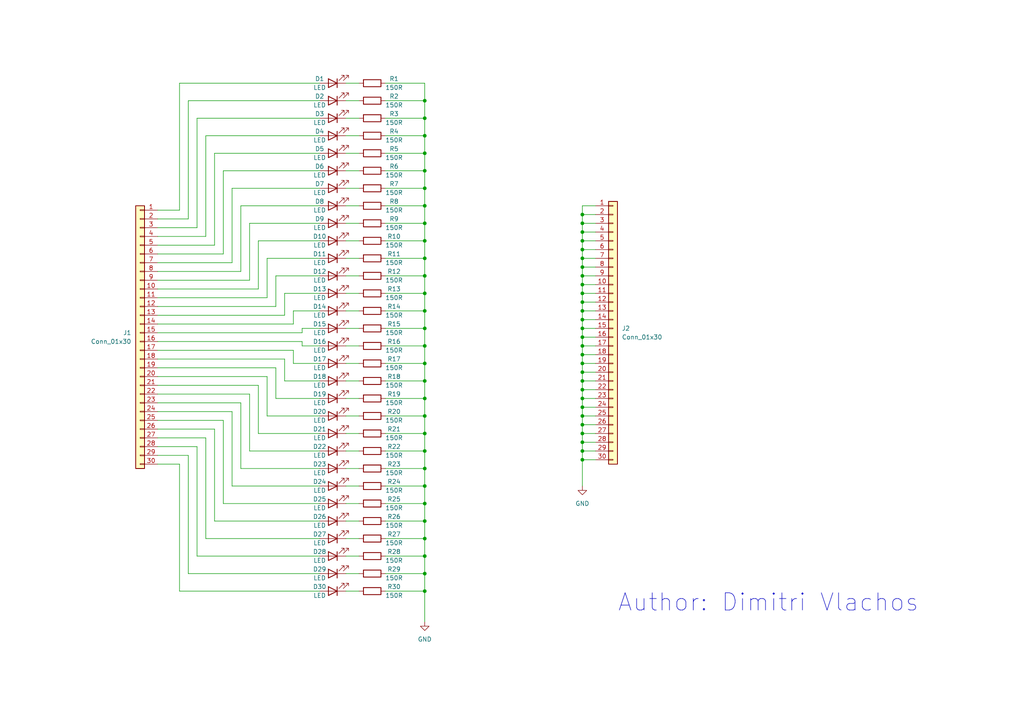
<source format=kicad_sch>
(kicad_sch (version 20230121) (generator eeschema)
  (paper "A4")
  (title_block (title "Breadboard Indicator") (date "2024-04-20") (rev "1.0"))
  (lib_symbols
    (symbol "Connector_Generic:Conn_01x30" (pin_names (offset 1.016) hide)
      (property "Reference" "J" (at 0 38.1 0))
      (property "Value" "Conn_01x30" (at 0 -40.64 0))
      (symbol "Conn_01x30_1_1"
        (rectangle (start -1.27 -37.973) (end 0 -38.227) (stroke (width 0.1524)))
        (rectangle (start -1.27 -35.433) (end 0 -35.687) (stroke (width 0.1524)))
        (rectangle (start -1.27 -32.893) (end 0 -33.147) (stroke (width 0.1524)))
        (rectangle (start -1.27 -30.353) (end 0 -30.607) (stroke (width 0.1524)))
        (rectangle (start -1.27 -27.813) (end 0 -28.067) (stroke (width 0.1524)))
        (rectangle (start -1.27 -25.273) (end 0 -25.527) (stroke (width 0.1524)))
        (rectangle (start -1.27 -22.733) (end 0 -22.987) (stroke (width 0.1524)))
        (rectangle (start -1.27 -20.193) (end 0 -20.447) (stroke (width 0.1524)))
        (rectangle (start -1.27 -17.653) (end 0 -17.907) (stroke (width 0.1524)))
        (rectangle (start -1.27 -15.113) (end 0 -15.367) (stroke (width 0.1524)))
        (rectangle (start -1.27 -12.573) (end 0 -12.827) (stroke (width 0.1524)))
        (rectangle (start -1.27 -10.033) (end 0 -10.287) (stroke (width 0.1524)))
        (rectangle (start -1.27 -7.493) (end 0 -7.747) (stroke (width 0.1524)))
        (rectangle (start -1.27 -4.953) (end 0 -5.207) (stroke (width 0.1524)))
        (rectangle (start -1.27 -2.413) (end 0 -2.667) (stroke (width 0.1524)))
        (rectangle (start -1.27 0.127) (end 0 -0.127) (stroke (width 0.1524)))
        (rectangle (start -1.27 2.667) (end 0 2.413) (stroke (width 0.1524)))
        (rectangle (start -1.27 5.207) (end 0 4.953) (stroke (width 0.1524)))
        (rectangle (start -1.27 7.747) (end 0 7.493) (stroke (width 0.1524)))
        (rectangle (start -1.27 10.287) (end 0 10.033) (stroke (width 0.1524)))
        (rectangle (start -1.27 12.827) (end 0 12.573) (stroke (width 0.1524)))
        (rectangle (start -1.27 15.367) (end 0 15.113) (stroke (width 0.1524)))
        (rectangle (start -1.27 17.907) (end 0 17.653) (stroke (width 0.1524)))
        (rectangle (start -1.27 20.447) (end 0 20.193) (stroke (width 0.1524)))
        (rectangle (start -1.27 22.987) (end 0 22.733) (stroke (width 0.1524)))
        (rectangle (start -1.27 25.527) (end 0 25.273) (stroke (width 0.1524)))
        (rectangle (start -1.27 28.067) (end 0 27.813) (stroke (width 0.1524)))
        (rectangle (start -1.27 30.607) (end 0 30.353) (stroke (width 0.1524)))
        (rectangle (start -1.27 33.147) (end 0 32.893) (stroke (width 0.1524)))
        (rectangle (start -1.27 35.687) (end 0 35.433) (stroke (width 0.1524)))
        (rectangle (start -1.27 36.83) (end 1.27 -39.37) (stroke (width 0.254)) (fill (type background)))
        (pin passive line (at -5.08 35.56 0) (length 3.81) (name "Pin_1") (number "1"))
        (pin passive line (at -5.08 12.7 0) (length 3.81) (name "Pin_10") (number "10"))
        (pin passive line (at -5.08 10.16 0) (length 3.81) (name "Pin_11") (number "11"))
        (pin passive line (at -5.08 7.62 0) (length 3.81) (name "Pin_12") (number "12"))
        (pin passive line (at -5.08 5.08 0) (length 3.81) (name "Pin_13") (number "13"))
        (pin passive line (at -5.08 2.54 0) (length 3.81) (name "Pin_14") (number "14"))
        (pin passive line (at -5.08 0 0) (length 3.81) (name "Pin_15") (number "15"))
        (pin passive line (at -5.08 -2.54 0) (length 3.81) (name "Pin_16") (number "16"))
        (pin passive line (at -5.08 -5.08 0) (length 3.81) (name "Pin_17") (number "17"))
        (pin passive line (at -5.08 -7.62 0) (length 3.81) (name "Pin_18") (number "18"))
        (pin passive line (at -5.08 -10.16 0) (length 3.81) (name "Pin_19") (number "19"))
        (pin passive line (at -5.08 33.02 0) (length 3.81) (name "Pin_2") (number "2"))
        (pin passive line (at -5.08 -12.7 0) (length 3.81) (name "Pin_20") (number "20"))
        (pin passive line (at -5.08 -15.24 0) (length 3.81) (name "Pin_21") (number "21"))
        (pin passive line (at -5.08 -17.78 0) (length 3.81) (name "Pin_22") (number "22"))
        (pin passive line (at -5.08 -20.32 0) (length 3.81) (name "Pin_23") (number "23"))
        (pin passive line (at -5.08 -22.86 0) (length 3.81) (name "Pin_24") (number "24"))
        (pin passive line (at -5.08 -25.4 0) (length 3.81) (name "Pin_25") (number "25"))
        (pin passive line (at -5.08 -27.94 0) (length 3.81) (name "Pin_26") (number "26"))
        (pin passive line (at -5.08 -30.48 0) (length 3.81) (name "Pin_27") (number "27"))
        (pin passive line (at -5.08 -33.02 0) (length 3.81) (name "Pin_28") (number "28"))
        (pin passive line (at -5.08 -35.56 0) (length 3.81) (name "Pin_29") (number "29"))
        (pin passive line (at -5.08 30.48 0) (length 3.81) (name "Pin_3") (number "3"))
        (pin passive line (at -5.08 -38.1 0) (length 3.81) (name "Pin_30") (number "30"))
        (pin passive line (at -5.08 27.94 0) (length 3.81) (name "Pin_4") (number "4"))
        (pin passive line (at -5.08 25.4 0) (length 3.81) (name "Pin_5") (number "5"))
        (pin passive line (at -5.08 22.86 0) (length 3.81) (name "Pin_6") (number "6"))
        (pin passive line (at -5.08 20.32 0) (length 3.81) (name "Pin_7") (number "7"))
        (pin passive line (at -5.08 17.78 0) (length 3.81) (name "Pin_8") (number "8"))
        (pin passive line (at -5.08 15.24 0) (length 3.81) (name "Pin_9") (number "9"))
      )
    )
    (symbol "Device:LED" (pin_numbers hide) (pin_names (offset 1.016) hide)
      (property "Reference" "D" (at 0 2.54 0))
      (property "Value" "LED" (at 0 -2.54 0))
      (symbol "LED_0_1"
        (polyline (pts (xy -1.27 -1.27) (xy -1.27 1.27)) (stroke (width 0.254)))
        (polyline (pts (xy -1.27 0) (xy 1.27 0)))
        (polyline (pts (xy 1.27 -1.27) (xy 1.27 1.27) (xy -1.27 0) (xy 1.27 -1.27)) (stroke (width 0.254)))
        (polyline (pts (xy -3.048 -0.762) (xy -4.572 -2.286) (xy -3.81 -2.286) (xy -4.572 -2.286) (xy -4.572 -1.524)))
        (polyline (pts (xy -1.778 -0.762) (xy -3.302 -2.286) (xy -2.54 -2.286) (xy -3.302 -2.286) (xy -3.302 -1.524)))
      )
      (symbol "LED_1_1"
        (pin passive line (at -3.81 0 0) (length 2.54) (name "K") (number "1"))
        (pin passive line (at 3.81 0 180) (length 2.54) (name "A") (number "2"))
      )
    )
    (symbol "Device:R" (pin_numbers hide) (pin_names (offset 0))
      (property "Reference" "R" (at 2.032 0 90))
      (property "Value" "R" (at 0 0 90))
      (symbol "R_0_1"
        (rectangle (start -1.016 -2.54) (end 1.016 2.54) (stroke (width 0.254)))
      )
      (symbol "R_1_1"
        (pin passive line (at 0 3.81 270) (length 1.27) (name "~") (number "1"))
        (pin passive line (at 0 -3.81 90) (length 1.27) (name "~") (number "2"))
      )
    )
    (symbol "power:GND" (power) (pin_names (offset 0))
      (property "Value" "GND" (at 0 -3.81 0))
      (symbol "GND_0_1"
        (polyline (pts (xy 0 0) (xy 0 -1.27) (xy 1.27 -1.27) (xy 0 -2.54) (xy -1.27 -1.27) (xy 0 -1.27)))
      )
      (symbol "GND_1_1"
        (pin power_in line (at 0 0 270) (length 0) hide (name "GND") (number "1"))
      )
    )
  )
  (junction (at 123.19 135.89))
  (junction (at 123.19 115.57))
  (junction (at 123.19 130.81))
  (junction (at 168.91 125.73))
  (junction (at 168.91 67.31))
  (junction (at 123.19 44.45))
  (junction (at 123.19 171.45))
  (junction (at 123.19 90.17))
  (junction (at 123.19 64.77))
  (junction (at 123.19 166.37))
  (junction (at 168.91 133.35))
  (junction (at 168.91 102.87))
  (junction (at 168.91 118.11))
  (junction (at 123.19 69.85))
  (junction (at 123.19 105.41))
  (junction (at 123.19 80.01))
  (junction (at 168.91 87.63))
  (junction (at 123.19 146.05))
  (junction (at 168.91 100.33))
  (junction (at 168.91 72.39))
  (junction (at 123.19 59.69))
  (junction (at 168.91 80.01))
  (junction (at 168.91 85.09))
  (junction (at 168.91 82.55))
  (junction (at 123.19 156.21))
  (junction (at 123.19 100.33))
  (junction (at 123.19 49.53))
  (junction (at 168.91 115.57))
  (junction (at 123.19 161.29))
  (junction (at 168.91 77.47))
  (junction (at 123.19 39.37))
  (junction (at 168.91 128.27))
  (junction (at 123.19 74.93))
  (junction (at 168.91 120.65))
  (junction (at 168.91 69.85))
  (junction (at 123.19 54.61))
  (junction (at 123.19 95.25))
  (junction (at 123.19 85.09))
  (junction (at 168.91 123.19))
  (junction (at 168.91 105.41))
  (junction (at 123.19 110.49))
  (junction (at 123.19 29.21))
  (junction (at 123.19 125.73))
  (junction (at 168.91 110.49))
  (junction (at 168.91 62.23))
  (junction (at 168.91 64.77))
  (junction (at 123.19 34.29))
  (junction (at 168.91 130.81))
  (junction (at 168.91 92.71))
  (junction (at 168.91 97.79))
  (junction (at 123.19 151.13))
  (junction (at 168.91 95.25))
  (junction (at 123.19 140.97))
  (junction (at 168.91 107.95))
  (junction (at 168.91 74.93))
  (junction (at 168.91 113.03))
  (junction (at 168.91 90.17))
  (junction (at 123.19 120.65))
  (wire (pts (xy 100.33 171.45) (xy 104.14 171.45)))
  (wire (pts (xy 168.91 59.69) (xy 168.91 62.23)))
  (wire (pts (xy 111.76 95.25) (xy 123.19 95.25)))
  (wire (pts (xy 123.19 146.05) (xy 123.19 151.13)))
  (wire (pts (xy 72.39 130.81) (xy 92.71 130.81)))
  (wire (pts (xy 123.19 80.01) (xy 123.19 85.09)))
  (wire (pts (xy 168.91 82.55) (xy 172.72 82.55)))
  (wire (pts (xy 168.91 125.73) (xy 168.91 128.27)))
  (wire (pts (xy 123.19 34.29) (xy 111.76 34.29)))
  (wire (pts (xy 74.93 69.85) (xy 74.93 83.82)))
  (wire (pts (xy 62.23 44.45) (xy 62.23 71.12)))
  (wire (pts (xy 100.33 135.89) (xy 104.14 135.89)))
  (wire (pts (xy 111.76 90.17) (xy 123.19 90.17)))
  (wire (pts (xy 82.55 85.09) (xy 92.71 85.09)))
  (wire (pts (xy 62.23 124.46) (xy 62.23 151.13)))
  (wire (pts (xy 92.71 39.37) (xy 59.69 39.37)))
  (wire (pts (xy 77.47 74.93) (xy 77.47 86.36)))
  (wire (pts (xy 45.72 132.08) (xy 54.61 132.08)))
  (wire (pts (xy 123.19 110.49) (xy 123.19 115.57)))
  (wire (pts (xy 168.91 90.17) (xy 172.72 90.17)))
  (wire (pts (xy 123.19 161.29) (xy 123.19 166.37)))
  (wire (pts (xy 45.72 121.92) (xy 64.77 121.92)))
  (wire (pts (xy 80.01 88.9) (xy 45.72 88.9)))
  (wire (pts (xy 123.19 125.73) (xy 123.19 130.81)))
  (wire (pts (xy 111.76 24.13) (xy 123.19 24.13)))
  (wire (pts (xy 168.91 69.85) (xy 172.72 69.85)))
  (wire (pts (xy 168.91 74.93) (xy 172.72 74.93)))
  (wire (pts (xy 100.33 64.77) (xy 104.14 64.77)))
  (wire (pts (xy 100.33 146.05) (xy 104.14 146.05)))
  (wire (pts (xy 62.23 151.13) (xy 92.71 151.13)))
  (wire (pts (xy 80.01 106.68) (xy 80.01 115.57)))
  (wire (pts (xy 100.33 151.13) (xy 104.14 151.13)))
  (wire (pts (xy 57.15 34.29) (xy 57.15 66.04)))
  (wire (pts (xy 80.01 80.01) (xy 80.01 88.9)))
  (wire (pts (xy 168.91 74.93) (xy 168.91 77.47)))
  (wire (pts (xy 123.19 64.77) (xy 111.76 64.77)))
  (wire (pts (xy 85.09 105.41) (xy 92.71 105.41)))
  (wire (pts (xy 92.71 29.21) (xy 54.61 29.21)))
  (wire (pts (xy 87.63 99.06) (xy 87.63 100.33)))
  (wire (pts (xy 123.19 29.21) (xy 123.19 34.29)))
  (wire (pts (xy 168.91 67.31) (xy 168.91 69.85)))
  (wire (pts (xy 168.91 105.41) (xy 172.72 105.41)))
  (wire (pts (xy 123.19 156.21) (xy 123.19 161.29)))
  (wire (pts (xy 168.91 80.01) (xy 172.72 80.01)))
  (wire (pts (xy 45.72 129.54) (xy 57.15 129.54)))
  (wire (pts (xy 123.19 54.61) (xy 111.76 54.61)))
  (wire (pts (xy 123.19 44.45) (xy 111.76 44.45)))
  (wire (pts (xy 168.91 80.01) (xy 168.91 82.55)))
  (wire (pts (xy 111.76 146.05) (xy 123.19 146.05)))
  (wire (pts (xy 168.91 64.77) (xy 168.91 67.31)))
  (wire (pts (xy 123.19 59.69) (xy 111.76 59.69)))
  (wire (pts (xy 92.71 64.77) (xy 72.39 64.77)))
  (wire (pts (xy 168.91 113.03) (xy 172.72 113.03)))
  (wire (pts (xy 85.09 93.98) (xy 85.09 90.17)))
  (wire (pts (xy 59.69 127) (xy 59.69 156.21)))
  (wire (pts (xy 92.71 74.93) (xy 77.47 74.93)))
  (wire (pts (xy 168.91 113.03) (xy 168.91 115.57)))
  (wire (pts (xy 168.91 72.39) (xy 168.91 74.93)))
  (wire (pts (xy 45.72 111.76) (xy 74.93 111.76)))
  (wire (pts (xy 82.55 104.14) (xy 82.55 110.49)))
  (wire (pts (xy 168.91 87.63) (xy 168.91 90.17)))
  (wire (pts (xy 64.77 121.92) (xy 64.77 146.05)))
  (wire (pts (xy 168.91 100.33) (xy 172.72 100.33)))
  (wire (pts (xy 123.19 34.29) (xy 123.19 39.37)))
  (wire (pts (xy 168.91 62.23) (xy 168.91 64.77)))
  (wire (pts (xy 67.31 119.38) (xy 67.31 140.97)))
  (wire (pts (xy 45.72 101.6) (xy 85.09 101.6)))
  (wire (pts (xy 92.71 54.61) (xy 67.31 54.61)))
  (wire (pts (xy 168.91 118.11) (xy 172.72 118.11)))
  (wire (pts (xy 100.33 29.21) (xy 104.14 29.21)))
  (wire (pts (xy 54.61 63.5) (xy 45.72 63.5)))
  (wire (pts (xy 87.63 100.33) (xy 92.71 100.33)))
  (wire (pts (xy 100.33 105.41) (xy 104.14 105.41)))
  (wire (pts (xy 92.71 80.01) (xy 80.01 80.01)))
  (wire (pts (xy 168.91 110.49) (xy 172.72 110.49)))
  (wire (pts (xy 168.91 100.33) (xy 168.91 102.87)))
  (wire (pts (xy 168.91 97.79) (xy 172.72 97.79)))
  (wire (pts (xy 123.19 151.13) (xy 123.19 156.21)))
  (wire (pts (xy 168.91 118.11) (xy 168.91 120.65)))
  (wire (pts (xy 111.76 115.57) (xy 123.19 115.57)))
  (wire (pts (xy 57.15 66.04) (xy 45.72 66.04)))
  (wire (pts (xy 123.19 105.41) (xy 123.19 110.49)))
  (wire (pts (xy 168.91 128.27) (xy 168.91 130.81)))
  (wire (pts (xy 123.19 59.69) (xy 123.19 64.77)))
  (wire (pts (xy 59.69 39.37) (xy 59.69 68.58)))
  (wire (pts (xy 85.09 101.6) (xy 85.09 105.41)))
  (wire (pts (xy 92.71 59.69) (xy 69.85 59.69)))
  (wire (pts (xy 100.33 69.85) (xy 104.14 69.85)))
  (wire (pts (xy 168.91 105.41) (xy 168.91 107.95)))
  (wire (pts (xy 74.93 83.82) (xy 45.72 83.82)))
  (wire (pts (xy 92.71 69.85) (xy 74.93 69.85)))
  (wire (pts (xy 45.72 116.84) (xy 69.85 116.84)))
  (wire (pts (xy 52.07 60.96) (xy 45.72 60.96)))
  (wire (pts (xy 168.91 97.79) (xy 168.91 100.33)))
  (wire (pts (xy 123.19 90.17) (xy 123.19 95.25)))
  (wire (pts (xy 111.76 74.93) (xy 123.19 74.93)))
  (wire (pts (xy 123.19 100.33) (xy 123.19 105.41)))
  (wire (pts (xy 100.33 54.61) (xy 104.14 54.61)))
  (wire (pts (xy 85.09 90.17) (xy 92.71 90.17)))
  (wire (pts (xy 57.15 161.29) (xy 92.71 161.29)))
  (wire (pts (xy 45.72 134.62) (xy 52.07 134.62)))
  (wire (pts (xy 54.61 29.21) (xy 54.61 63.5)))
  (wire (pts (xy 123.19 166.37) (xy 123.19 171.45)))
  (wire (pts (xy 168.91 133.35) (xy 172.72 133.35)))
  (wire (pts (xy 168.91 90.17) (xy 168.91 92.71)))
  (wire (pts (xy 54.61 132.08) (xy 54.61 166.37)))
  (wire (pts (xy 87.63 96.52) (xy 87.63 95.25)))
  (wire (pts (xy 100.33 44.45) (xy 104.14 44.45)))
  (wire (pts (xy 123.19 171.45) (xy 111.76 171.45)))
  (wire (pts (xy 100.33 85.09) (xy 104.14 85.09)))
  (wire (pts (xy 100.33 24.13) (xy 104.14 24.13)))
  (wire (pts (xy 168.91 82.55) (xy 168.91 85.09)))
  (wire (pts (xy 168.91 115.57) (xy 168.91 118.11)))
  (wire (pts (xy 111.76 151.13) (xy 123.19 151.13)))
  (wire (pts (xy 111.76 156.21) (xy 123.19 156.21)))
  (wire (pts (xy 100.33 156.21) (xy 104.14 156.21)))
  (wire (pts (xy 168.91 120.65) (xy 168.91 123.19)))
  (wire (pts (xy 111.76 125.73) (xy 123.19 125.73)))
  (wire (pts (xy 168.91 125.73) (xy 172.72 125.73)))
  (wire (pts (xy 123.19 171.45) (xy 123.19 180.34)))
  (wire (pts (xy 168.91 95.25) (xy 168.91 97.79)))
  (wire (pts (xy 100.33 100.33) (xy 104.14 100.33)))
  (wire (pts (xy 123.19 39.37) (xy 123.19 44.45)))
  (wire (pts (xy 100.33 140.97) (xy 104.14 140.97)))
  (wire (pts (xy 100.33 120.65) (xy 104.14 120.65)))
  (wire (pts (xy 168.91 95.25) (xy 172.72 95.25)))
  (wire (pts (xy 111.76 80.01) (xy 123.19 80.01)))
  (wire (pts (xy 168.91 77.47) (xy 172.72 77.47)))
  (wire (pts (xy 111.76 100.33) (xy 123.19 100.33)))
  (wire (pts (xy 168.91 62.23) (xy 172.72 62.23)))
  (wire (pts (xy 45.72 124.46) (xy 62.23 124.46)))
  (wire (pts (xy 123.19 85.09) (xy 123.19 90.17)))
  (wire (pts (xy 111.76 105.41) (xy 123.19 105.41)))
  (wire (pts (xy 45.72 99.06) (xy 87.63 99.06)))
  (wire (pts (xy 64.77 73.66) (xy 45.72 73.66)))
  (wire (pts (xy 168.91 67.31) (xy 172.72 67.31)))
  (wire (pts (xy 168.91 102.87) (xy 168.91 105.41)))
  (wire (pts (xy 100.33 90.17) (xy 104.14 90.17)))
  (wire (pts (xy 100.33 49.53) (xy 104.14 49.53)))
  (wire (pts (xy 123.19 29.21) (xy 111.76 29.21)))
  (wire (pts (xy 123.19 39.37) (xy 111.76 39.37)))
  (wire (pts (xy 168.91 128.27) (xy 172.72 128.27)))
  (wire (pts (xy 45.72 104.14) (xy 82.55 104.14)))
  (wire (pts (xy 100.33 130.81) (xy 104.14 130.81)))
  (wire (pts (xy 45.72 114.3) (xy 72.39 114.3)))
  (wire (pts (xy 123.19 69.85) (xy 123.19 74.93)))
  (wire (pts (xy 100.33 95.25) (xy 104.14 95.25)))
  (wire (pts (xy 57.15 129.54) (xy 57.15 161.29)))
  (wire (pts (xy 69.85 135.89) (xy 92.71 135.89)))
  (wire (pts (xy 168.91 102.87) (xy 172.72 102.87)))
  (wire (pts (xy 168.91 123.19) (xy 168.91 125.73)))
  (wire (pts (xy 168.91 120.65) (xy 172.72 120.65)))
  (wire (pts (xy 123.19 130.81) (xy 123.19 135.89)))
  (wire (pts (xy 54.61 166.37) (xy 92.71 166.37)))
  (wire (pts (xy 100.33 125.73) (xy 104.14 125.73)))
  (wire (pts (xy 123.19 64.77) (xy 123.19 69.85)))
  (wire (pts (xy 123.19 49.53) (xy 123.19 54.61)))
  (wire (pts (xy 80.01 115.57) (xy 92.71 115.57)))
  (wire (pts (xy 168.91 92.71) (xy 172.72 92.71)))
  (wire (pts (xy 111.76 130.81) (xy 123.19 130.81)))
  (wire (pts (xy 111.76 140.97) (xy 123.19 140.97)))
  (wire (pts (xy 45.72 91.44) (xy 82.55 91.44)))
  (wire (pts (xy 45.72 96.52) (xy 87.63 96.52)))
  (wire (pts (xy 92.71 49.53) (xy 64.77 49.53)))
  (wire (pts (xy 168.91 77.47) (xy 168.91 80.01)))
  (wire (pts (xy 111.76 166.37) (xy 123.19 166.37)))
  (wire (pts (xy 123.19 54.61) (xy 123.19 59.69)))
  (wire (pts (xy 168.91 69.85) (xy 168.91 72.39)))
  (wire (pts (xy 100.33 161.29) (xy 104.14 161.29)))
  (wire (pts (xy 111.76 161.29) (xy 123.19 161.29)))
  (wire (pts (xy 111.76 120.65) (xy 123.19 120.65)))
  (wire (pts (xy 69.85 78.74) (xy 45.72 78.74)))
  (wire (pts (xy 168.91 130.81) (xy 168.91 133.35)))
  (wire (pts (xy 100.33 110.49) (xy 104.14 110.49)))
  (wire (pts (xy 74.93 125.73) (xy 92.71 125.73)))
  (wire (pts (xy 52.07 171.45) (xy 92.71 171.45)))
  (wire (pts (xy 100.33 59.69) (xy 104.14 59.69)))
  (wire (pts (xy 111.76 85.09) (xy 123.19 85.09)))
  (wire (pts (xy 168.91 72.39) (xy 172.72 72.39)))
  (wire (pts (xy 45.72 119.38) (xy 67.31 119.38)))
  (wire (pts (xy 69.85 116.84) (xy 69.85 135.89)))
  (wire (pts (xy 100.33 34.29) (xy 104.14 34.29)))
  (wire (pts (xy 168.91 107.95) (xy 172.72 107.95)))
  (wire (pts (xy 45.72 93.98) (xy 85.09 93.98)))
  (wire (pts (xy 100.33 115.57) (xy 104.14 115.57)))
  (wire (pts (xy 168.91 107.95) (xy 168.91 110.49)))
  (wire (pts (xy 168.91 85.09) (xy 172.72 85.09)))
  (wire (pts (xy 72.39 114.3) (xy 72.39 130.81)))
  (wire (pts (xy 123.19 69.85) (xy 111.76 69.85)))
  (wire (pts (xy 67.31 54.61) (xy 67.31 76.2)))
  (wire (pts (xy 67.31 140.97) (xy 92.71 140.97)))
  (wire (pts (xy 123.19 74.93) (xy 123.19 80.01)))
  (wire (pts (xy 111.76 135.89) (xy 123.19 135.89)))
  (wire (pts (xy 168.91 87.63) (xy 172.72 87.63)))
  (wire (pts (xy 111.76 110.49) (xy 123.19 110.49)))
  (wire (pts (xy 123.19 44.45) (xy 123.19 49.53)))
  (wire (pts (xy 45.72 106.68) (xy 80.01 106.68)))
  (wire (pts (xy 77.47 86.36) (xy 45.72 86.36)))
  (wire (pts (xy 45.72 109.22) (xy 77.47 109.22)))
  (wire (pts (xy 168.91 133.35) (xy 168.91 140.97)))
  (wire (pts (xy 123.19 135.89) (xy 123.19 140.97)))
  (wire (pts (xy 123.19 95.25) (xy 123.19 100.33)))
  (wire (pts (xy 52.07 24.13) (xy 52.07 60.96)))
  (wire (pts (xy 67.31 76.2) (xy 45.72 76.2)))
  (wire (pts (xy 168.91 59.69) (xy 172.72 59.69)))
  (wire (pts (xy 59.69 68.58) (xy 45.72 68.58)))
  (wire (pts (xy 168.91 123.19) (xy 172.72 123.19)))
  (wire (pts (xy 74.93 111.76) (xy 74.93 125.73)))
  (wire (pts (xy 168.91 130.81) (xy 172.72 130.81)))
  (wire (pts (xy 82.55 110.49) (xy 92.71 110.49)))
  (wire (pts (xy 123.19 24.13) (xy 123.19 29.21)))
  (wire (pts (xy 123.19 140.97) (xy 123.19 146.05)))
  (wire (pts (xy 69.85 59.69) (xy 69.85 78.74)))
  (wire (pts (xy 168.91 64.77) (xy 172.72 64.77)))
  (wire (pts (xy 92.71 44.45) (xy 62.23 44.45)))
  (wire (pts (xy 168.91 85.09) (xy 168.91 87.63)))
  (wire (pts (xy 62.23 71.12) (xy 45.72 71.12)))
  (wire (pts (xy 59.69 156.21) (xy 92.71 156.21)))
  (wire (pts (xy 64.77 49.53) (xy 64.77 73.66)))
  (wire (pts (xy 52.07 134.62) (xy 52.07 171.45)))
  (wire (pts (xy 72.39 81.28) (xy 45.72 81.28)))
  (wire (pts (xy 45.72 127) (xy 59.69 127)))
  (wire (pts (xy 100.33 74.93) (xy 104.14 74.93)))
  (wire (pts (xy 123.19 120.65) (xy 123.19 125.73)))
  (wire (pts (xy 100.33 166.37) (xy 104.14 166.37)))
  (wire (pts (xy 77.47 120.65) (xy 92.71 120.65)))
  (wire (pts (xy 168.91 115.57) (xy 172.72 115.57)))
  (wire (pts (xy 92.71 24.13) (xy 52.07 24.13)))
  (wire (pts (xy 123.19 115.57) (xy 123.19 120.65)))
  (wire (pts (xy 77.47 109.22) (xy 77.47 120.65)))
  (wire (pts (xy 64.77 146.05) (xy 92.71 146.05)))
  (wire (pts (xy 100.33 39.37) (xy 104.14 39.37)))
  (wire (pts (xy 168.91 92.71) (xy 168.91 95.25)))
  (wire (pts (xy 82.55 91.44) (xy 82.55 85.09)))
  (wire (pts (xy 168.91 110.49) (xy 168.91 113.03)))
  (wire (pts (xy 72.39 64.77) (xy 72.39 81.28)))
  (wire (pts (xy 123.19 49.53) (xy 111.76 49.53)))
  (wire (pts (xy 92.71 34.29) (xy 57.15 34.29)))
  (wire (pts (xy 100.33 80.01) (xy 104.14 80.01)))
  (wire (pts (xy 87.63 95.25) (xy 92.71 95.25)))
  (text "Author: Dimitri Vlachos" (at 179.07 177.8 0) (effects (font (size 5 5)) (justify left bottom)))
  (symbol (lib_id "Device:LED") (at 96.52 74.93 180) (unit 1)
    (property "Reference" "D11" (at 92.71 73.66 0))
    (property "Value" "LED" (at 92.71 76.2 0))
    (property "Footprint" "LED_SMD:LED_0805_2012Metric" (effects hide))
    (property "Datasheet" "https://www.digikey.co.uk/en/products/detail/w%C3%BCrth-elektronik/150080RS75000/4489918" (effects hide))
  )
  (symbol (lib_id "Device:R") (at 107.95 105.41 90) (unit 1)
    (property "Reference" "R17" (at 114.3 104.14 90))
    (property "Value" "150R" (at 114.3 106.68 90))
    (property "Footprint" "Resistor_SMD:R_0805_2012Metric" (effects hide))
    (property "Datasheet" "https://www.digikey.co.uk/en/products/detail/yageo/RC0805FR-07150RL/727613" (effects hide))
  )
  (symbol (lib_id "Device:LED") (at 96.52 90.17 180) (unit 1)
    (property "Reference" "D14" (at 92.71 88.9 0))
    (property "Value" "LED" (at 92.71 91.44 0))
    (property "Footprint" "LED_SMD:LED_0805_2012Metric" (effects hide))
    (property "Datasheet" "https://www.digikey.co.uk/en/products/detail/w%C3%BCrth-elektronik/150080RS75000/4489918" (effects hide))
  )
  (symbol (lib_id "Device:R") (at 107.95 120.65 90) (unit 1)
    (property "Reference" "R20" (at 114.3 119.38 90))
    (property "Value" "150R" (at 114.3 121.92 90))
    (property "Footprint" "Resistor_SMD:R_0805_2012Metric" (effects hide))
    (property "Datasheet" "https://www.digikey.co.uk/en/products/detail/yageo/RC0805FR-07150RL/727613" (effects hide))
  )
  (symbol (lib_id "Device:LED") (at 96.52 34.29 180) (unit 1)
    (property "Reference" "D3" (at 92.71 33.02 0))
    (property "Value" "LED" (at 92.71 35.56 0))
    (property "Footprint" "LED_SMD:LED_0805_2012Metric" (effects hide))
    (property "Datasheet" "https://www.digikey.co.uk/en/products/detail/w%C3%BCrth-elektronik/150080RS75000/4489918" (effects hide))
  )
  (symbol (lib_id "Device:LED") (at 96.52 171.45 180) (unit 1)
    (property "Reference" "D30" (at 92.71 170.18 0))
    (property "Value" "LED" (at 92.71 172.72 0))
    (property "Footprint" "LED_SMD:LED_0805_2012Metric" (effects hide))
    (property "Datasheet" "https://www.digikey.co.uk/en/products/detail/w%C3%BCrth-elektronik/150080RS75000/4489918" (effects hide))
  )
  (symbol (lib_id "Device:R") (at 107.95 90.17 90) (unit 1)
    (property "Reference" "R14" (at 114.3 88.9 90))
    (property "Value" "150R" (at 114.3 91.44 90))
    (property "Footprint" "Resistor_SMD:R_0805_2012Metric" (effects hide))
    (property "Datasheet" "https://www.digikey.co.uk/en/products/detail/yageo/RC0805FR-07150RL/727613" (effects hide))
  )
  (symbol (lib_id "Device:LED") (at 96.52 115.57 180) (unit 1)
    (property "Reference" "D19" (at 92.71 114.3 0))
    (property "Value" "LED" (at 92.71 116.84 0))
    (property "Footprint" "LED_SMD:LED_0805_2012Metric" (effects hide))
    (property "Datasheet" "https://www.digikey.co.uk/en/products/detail/w%C3%BCrth-elektronik/150080RS75000/4489918" (effects hide))
  )
  (symbol (lib_id "Device:LED") (at 96.52 69.85 180) (unit 1)
    (property "Reference" "D10" (at 92.71 68.58 0))
    (property "Value" "LED" (at 92.71 71.12 0))
    (property "Footprint" "LED_SMD:LED_0805_2012Metric" (effects hide))
    (property "Datasheet" "https://www.digikey.co.uk/en/products/detail/w%C3%BCrth-elektronik/150080RS75000/4489918" (effects hide))
  )
  (symbol (lib_id "Device:R") (at 107.95 95.25 90) (unit 1)
    (property "Reference" "R15" (at 114.3 93.98 90))
    (property "Value" "150R" (at 114.3 96.52 90))
    (property "Footprint" "Resistor_SMD:R_0805_2012Metric" (effects hide))
    (property "Datasheet" "https://www.digikey.co.uk/en/products/detail/yageo/RC0805FR-07150RL/727613" (effects hide))
  )
  (symbol (lib_id "Device:R") (at 107.95 140.97 90) (unit 1)
    (property "Reference" "R24" (at 114.3 139.7 90))
    (property "Value" "150R" (at 114.3 142.24 90))
    (property "Footprint" "Resistor_SMD:R_0805_2012Metric" (effects hide))
    (property "Datasheet" "https://www.digikey.co.uk/en/products/detail/yageo/RC0805FR-07150RL/727613" (effects hide))
  )
  (symbol (lib_id "Device:LED") (at 96.52 80.01 180) (unit 1)
    (property "Reference" "D12" (at 92.71 78.74 0))
    (property "Value" "LED" (at 92.71 81.28 0))
    (property "Footprint" "LED_SMD:LED_0805_2012Metric" (effects hide))
    (property "Datasheet" "https://www.digikey.co.uk/en/products/detail/w%C3%BCrth-elektronik/150080RS75000/4489918" (effects hide))
  )
  (symbol (lib_id "Device:LED") (at 96.52 100.33 180) (unit 1)
    (property "Reference" "D16" (at 92.71 99.06 0))
    (property "Value" "LED" (at 92.71 101.6 0))
    (property "Footprint" "LED_SMD:LED_0805_2012Metric" (effects hide))
    (property "Datasheet" "https://www.digikey.co.uk/en/products/detail/w%C3%BCrth-elektronik/150080RS75000/4489918" (effects hide))
  )
  (symbol (lib_id "Device:LED") (at 96.52 130.81 180) (unit 1)
    (property "Reference" "D22" (at 92.71 129.54 0))
    (property "Value" "LED" (at 92.71 132.08 0))
    (property "Footprint" "LED_SMD:LED_0805_2012Metric" (effects hide))
    (property "Datasheet" "https://www.digikey.co.uk/en/products/detail/w%C3%BCrth-elektronik/150080RS75000/4489918" (effects hide))
  )
  (symbol (lib_id "Device:LED") (at 96.52 146.05 180) (unit 1)
    (property "Reference" "D25" (at 92.71 144.78 0))
    (property "Value" "LED" (at 92.71 147.32 0))
    (property "Footprint" "LED_SMD:LED_0805_2012Metric" (effects hide))
    (property "Datasheet" "https://www.digikey.co.uk/en/products/detail/w%C3%BCrth-elektronik/150080RS75000/4489918" (effects hide))
  )
  (symbol (lib_id "Connector_Generic:Conn_01x30") (at 40.64 96.52 0) (mirror y) (unit 1)
    (property "Reference" "J1" (at 38.1 96.52 0) (effects (justify left)))
    (property "Value" "Conn_01x30" (at 38.1 99.06 0) (effects (justify left)))
    (property "Footprint" "Connector_PinHeader_2.54mm:PinHeader_1x30_P2.54mm_Vertical" (effects hide))
  )
  (symbol (lib_id "Device:R") (at 107.95 135.89 90) (unit 1)
    (property "Reference" "R23" (at 114.3 134.62 90))
    (property "Value" "150R" (at 114.3 137.16 90))
    (property "Footprint" "Resistor_SMD:R_0805_2012Metric" (effects hide))
    (property "Datasheet" "https://www.digikey.co.uk/en/products/detail/yageo/RC0805FR-07150RL/727613" (effects hide))
  )
  (symbol (lib_id "Device:LED") (at 96.52 29.21 180) (unit 1)
    (property "Reference" "D2" (at 92.71 27.94 0))
    (property "Value" "LED" (at 92.71 30.48 0))
    (property "Footprint" "LED_SMD:LED_0805_2012Metric" (effects hide))
    (property "Datasheet" "https://www.digikey.co.uk/en/products/detail/w%C3%BCrth-elektronik/150080RS75000/4489918" (effects hide))
  )
  (symbol (lib_id "Device:R") (at 107.95 146.05 90) (unit 1)
    (property "Reference" "R25" (at 114.3 144.78 90))
    (property "Value" "150R" (at 114.3 147.32 90))
    (property "Footprint" "Resistor_SMD:R_0805_2012Metric" (effects hide))
    (property "Datasheet" "https://www.digikey.co.uk/en/products/detail/yageo/RC0805FR-07150RL/727613" (effects hide))
  )
  (symbol (lib_id "Device:R") (at 107.95 156.21 90) (unit 1)
    (property "Reference" "R27" (at 114.3 154.94 90))
    (property "Value" "150R" (at 114.3 157.48 90))
    (property "Footprint" "Resistor_SMD:R_0805_2012Metric" (effects hide))
    (property "Datasheet" "https://www.digikey.co.uk/en/products/detail/yageo/RC0805FR-07150RL/727613" (effects hide))
  )
  (symbol (lib_id "Device:R") (at 107.95 59.69 90) (unit 1)
    (property "Reference" "R8" (at 114.3 58.42 90))
    (property "Value" "150R" (at 114.3 60.96 90))
    (property "Footprint" "Resistor_SMD:R_0805_2012Metric" (effects hide))
    (property "Datasheet" "https://www.digikey.co.uk/en/products/detail/yageo/RC0805FR-07150RL/727613" (effects hide))
  )
  (symbol (lib_id "Device:R") (at 107.95 74.93 90) (unit 1)
    (property "Reference" "R11" (at 114.3 73.66 90))
    (property "Value" "150R" (at 114.3 76.2 90))
    (property "Footprint" "Resistor_SMD:R_0805_2012Metric" (effects hide))
    (property "Datasheet" "https://www.digikey.co.uk/en/products/detail/yageo/RC0805FR-07150RL/727613" (effects hide))
  )
  (symbol (lib_id "Device:LED") (at 96.52 125.73 180) (unit 1)
    (property "Reference" "D21" (at 92.71 124.46 0))
    (property "Value" "LED" (at 92.71 127 0))
    (property "Footprint" "LED_SMD:LED_0805_2012Metric" (effects hide))
    (property "Datasheet" "https://www.digikey.co.uk/en/products/detail/w%C3%BCrth-elektronik/150080RS75000/4489918" (effects hide))
  )
  (symbol (lib_id "Device:LED") (at 96.52 161.29 180) (unit 1)
    (property "Reference" "D28" (at 92.71 160.02 0))
    (property "Value" "LED" (at 92.71 162.56 0))
    (property "Footprint" "LED_SMD:LED_0805_2012Metric" (effects hide))
    (property "Datasheet" "https://www.digikey.co.uk/en/products/detail/w%C3%BCrth-elektronik/150080RS75000/4489918" (effects hide))
  )
  (symbol (lib_id "Device:R") (at 107.95 115.57 90) (unit 1)
    (property "Reference" "R19" (at 114.3 114.3 90))
    (property "Value" "150R" (at 114.3 116.84 90))
    (property "Footprint" "Resistor_SMD:R_0805_2012Metric" (effects hide))
    (property "Datasheet" "https://www.digikey.co.uk/en/products/detail/yageo/RC0805FR-07150RL/727613" (effects hide))
  )
  (symbol (lib_id "Device:LED") (at 96.52 140.97 180) (unit 1)
    (property "Reference" "D24" (at 92.71 139.7 0))
    (property "Value" "LED" (at 92.71 142.24 0))
    (property "Footprint" "LED_SMD:LED_0805_2012Metric" (effects hide))
    (property "Datasheet" "https://www.digikey.co.uk/en/products/detail/w%C3%BCrth-elektronik/150080RS75000/4489918" (effects hide))
  )
  (symbol (lib_id "Device:R") (at 107.95 34.29 90) (unit 1)
    (property "Reference" "R3" (at 114.3 33.02 90))
    (property "Value" "150R" (at 114.3 35.56 90))
    (property "Footprint" "Resistor_SMD:R_0805_2012Metric" (effects hide))
    (property "Datasheet" "https://www.digikey.co.uk/en/products/detail/yageo/RC0805FR-07150RL/727613" (effects hide))
  )
  (symbol (lib_id "Device:LED") (at 96.52 44.45 180) (unit 1)
    (property "Reference" "D5" (at 92.71 43.18 0))
    (property "Value" "LED" (at 92.71 45.72 0))
    (property "Footprint" "LED_SMD:LED_0805_2012Metric" (effects hide))
    (property "Datasheet" "https://www.digikey.co.uk/en/products/detail/w%C3%BCrth-elektronik/150080RS75000/4489918" (effects hide))
  )
  (symbol (lib_id "Device:R") (at 107.95 64.77 90) (unit 1)
    (property "Reference" "R9" (at 114.3 63.5 90))
    (property "Value" "150R" (at 114.3 66.04 90))
    (property "Footprint" "Resistor_SMD:R_0805_2012Metric" (effects hide))
    (property "Datasheet" "https://www.digikey.co.uk/en/products/detail/yageo/RC0805FR-07150RL/727613" (effects hide))
  )
  (symbol (lib_id "Device:LED") (at 96.52 85.09 180) (unit 1)
    (property "Reference" "D13" (at 92.71 83.82 0))
    (property "Value" "LED" (at 92.71 86.36 0))
    (property "Footprint" "LED_SMD:LED_0805_2012Metric" (effects hide))
    (property "Datasheet" "https://www.digikey.co.uk/en/products/detail/w%C3%BCrth-elektronik/150080RS75000/4489918" (effects hide))
  )
  (symbol (lib_id "Device:R") (at 107.95 166.37 90) (unit 1)
    (property "Reference" "R29" (at 114.3 165.1 90))
    (property "Value" "150R" (at 114.3 167.64 90))
    (property "Footprint" "Resistor_SMD:R_0805_2012Metric" (effects hide))
    (property "Datasheet" "https://www.digikey.co.uk/en/products/detail/yageo/RC0805FR-07150RL/727613" (effects hide))
  )
  (symbol (lib_id "Device:LED") (at 96.52 49.53 180) (unit 1)
    (property "Reference" "D6" (at 92.71 48.26 0))
    (property "Value" "LED" (at 92.71 50.8 0))
    (property "Footprint" "LED_SMD:LED_0805_2012Metric" (effects hide))
    (property "Datasheet" "https://www.digikey.co.uk/en/products/detail/w%C3%BCrth-elektronik/150080RS75000/4489918" (effects hide))
  )
  (symbol (lib_id "Device:R") (at 107.95 54.61 90) (unit 1)
    (property "Reference" "R7" (at 114.3 53.34 90))
    (property "Value" "150R" (at 114.3 55.88 90))
    (property "Footprint" "Resistor_SMD:R_0805_2012Metric" (effects hide))
    (property "Datasheet" "https://www.digikey.co.uk/en/products/detail/yageo/RC0805FR-07150RL/727613" (effects hide))
  )
  (symbol (lib_id "Device:LED") (at 96.52 59.69 180) (unit 1)
    (property "Reference" "D8" (at 92.71 58.42 0))
    (property "Value" "LED" (at 92.71 60.96 0))
    (property "Footprint" "LED_SMD:LED_0805_2012Metric" (effects hide))
    (property "Datasheet" "https://www.digikey.co.uk/en/products/detail/w%C3%BCrth-elektronik/150080RS75000/4489918" (effects hide))
  )
  (symbol (lib_id "Device:R") (at 107.95 39.37 90) (unit 1)
    (property "Reference" "R4" (at 114.3 38.1 90))
    (property "Value" "150R" (at 114.3 40.64 90))
    (property "Footprint" "Resistor_SMD:R_0805_2012Metric" (effects hide))
    (property "Datasheet" "https://www.digikey.co.uk/en/products/detail/yageo/RC0805FR-07150RL/727613" (effects hide))
  )
  (symbol (lib_id "Device:LED") (at 96.52 95.25 180) (unit 1)
    (property "Reference" "D15" (at 92.71 93.98 0))
    (property "Value" "LED" (at 92.71 96.52 0))
    (property "Footprint" "LED_SMD:LED_0805_2012Metric" (effects hide))
    (property "Datasheet" "https://www.digikey.co.uk/en/products/detail/w%C3%BCrth-elektronik/150080RS75000/4489918" (effects hide))
  )
  (symbol (lib_id "power:GND") (at 168.91 140.97 0) (unit 1)
    (property "Reference" "#PWR02" (effects hide))
    (property "Value" "GND" (at 168.91 146.05 0))
  )
  (symbol (lib_id "Device:LED") (at 96.52 64.77 180) (unit 1)
    (property "Reference" "D9" (at 92.71 63.5 0))
    (property "Value" "LED" (at 92.71 66.04 0))
    (property "Footprint" "LED_SMD:LED_0805_2012Metric" (effects hide))
    (property "Datasheet" "https://www.digikey.co.uk/en/products/detail/w%C3%BCrth-elektronik/150080RS75000/4489918" (effects hide))
  )
  (symbol (lib_id "Device:R") (at 107.95 110.49 90) (unit 1)
    (property "Reference" "R18" (at 114.3 109.22 90))
    (property "Value" "150R" (at 114.3 111.76 90))
    (property "Footprint" "Resistor_SMD:R_0805_2012Metric" (effects hide))
    (property "Datasheet" "https://www.digikey.co.uk/en/products/detail/yageo/RC0805FR-07150RL/727613" (effects hide))
  )
  (symbol (lib_id "Device:R") (at 107.95 151.13 90) (unit 1)
    (property "Reference" "R26" (at 114.3 149.86 90))
    (property "Value" "150R" (at 114.3 152.4 90))
    (property "Footprint" "Resistor_SMD:R_0805_2012Metric" (effects hide))
    (property "Datasheet" "https://www.digikey.co.uk/en/products/detail/yageo/RC0805FR-07150RL/727613" (effects hide))
  )
  (symbol (lib_id "Device:R") (at 107.95 100.33 90) (unit 1)
    (property "Reference" "R16" (at 114.3 99.06 90))
    (property "Value" "150R" (at 114.3 101.6 90))
    (property "Footprint" "Resistor_SMD:R_0805_2012Metric" (effects hide))
    (property "Datasheet" "https://www.digikey.co.uk/en/products/detail/yageo/RC0805FR-07150RL/727613" (effects hide))
  )
  (symbol (lib_id "Device:LED") (at 96.52 24.13 180) (unit 1)
    (property "Reference" "D1" (at 92.71 22.86 0))
    (property "Value" "LED" (at 92.71 25.4 0))
    (property "Footprint" "LED_SMD:LED_0805_2012Metric" (effects hide))
    (property "Datasheet" "https://www.digikey.co.uk/en/products/detail/w%C3%BCrth-elektronik/150080RS75000/4489918" (effects hide))
  )
  (symbol (lib_id "Device:R") (at 107.95 49.53 90) (unit 1)
    (property "Reference" "R6" (at 114.3 48.26 90))
    (property "Value" "150R" (at 114.3 50.8 90))
    (property "Footprint" "Resistor_SMD:R_0805_2012Metric" (effects hide))
    (property "Datasheet" "https://www.digikey.co.uk/en/products/detail/yageo/RC0805FR-07150RL/727613" (effects hide))
  )
  (symbol (lib_id "Device:R") (at 107.95 44.45 90) (unit 1)
    (property "Reference" "R5" (at 114.3 43.18 90))
    (property "Value" "150R" (at 114.3 45.72 90))
    (property "Footprint" "Resistor_SMD:R_0805_2012Metric" (effects hide))
    (property "Datasheet" "https://www.digikey.co.uk/en/products/detail/yageo/RC0805FR-07150RL/727613" (effects hide))
  )
  (symbol (lib_id "Device:LED") (at 96.52 120.65 180) (unit 1)
    (property "Reference" "D20" (at 92.71 119.38 0))
    (property "Value" "LED" (at 92.71 121.92 0))
    (property "Footprint" "LED_SMD:LED_0805_2012Metric" (effects hide))
    (property "Datasheet" "https://www.digikey.co.uk/en/products/detail/w%C3%BCrth-elektronik/150080RS75000/4489918" (effects hide))
  )
  (symbol (lib_id "Device:LED") (at 96.52 54.61 180) (unit 1)
    (property "Reference" "D7" (at 92.71 53.34 0))
    (property "Value" "LED" (at 92.71 55.88 0))
    (property "Footprint" "LED_SMD:LED_0805_2012Metric" (effects hide))
    (property "Datasheet" "https://www.digikey.co.uk/en/products/detail/w%C3%BCrth-elektronik/150080RS75000/4489918" (effects hide))
  )
  (symbol (lib_id "Device:R") (at 107.95 29.21 90) (unit 1)
    (property "Reference" "R2" (at 114.3 27.94 90))
    (property "Value" "150R" (at 114.3 30.48 90))
    (property "Footprint" "Resistor_SMD:R_0805_2012Metric" (effects hide))
    (property "Datasheet" "https://www.digikey.co.uk/en/products/detail/yageo/RC0805FR-07150RL/727613" (effects hide))
  )
  (symbol (lib_id "Device:LED") (at 96.52 156.21 180) (unit 1)
    (property "Reference" "D27" (at 92.71 154.94 0))
    (property "Value" "LED" (at 92.71 157.48 0))
    (property "Footprint" "LED_SMD:LED_0805_2012Metric" (effects hide))
    (property "Datasheet" "https://www.digikey.co.uk/en/products/detail/w%C3%BCrth-elektronik/150080RS75000/4489918" (effects hide))
  )
  (symbol (lib_id "Device:R") (at 107.95 80.01 90) (unit 1)
    (property "Reference" "R12" (at 114.3 78.74 90))
    (property "Value" "150R" (at 114.3 81.28 90))
    (property "Footprint" "Resistor_SMD:R_0805_2012Metric" (effects hide))
    (property "Datasheet" "https://www.digikey.co.uk/en/products/detail/yageo/RC0805FR-07150RL/727613" (effects hide))
  )
  (symbol (lib_id "Device:R") (at 107.95 69.85 90) (unit 1)
    (property "Reference" "R10" (at 114.3 68.58 90))
    (property "Value" "150R" (at 114.3 71.12 90))
    (property "Footprint" "Resistor_SMD:R_0805_2012Metric" (effects hide))
    (property "Datasheet" "https://www.digikey.co.uk/en/products/detail/yageo/RC0805FR-07150RL/727613" (effects hide))
  )
  (symbol (lib_id "Device:LED") (at 96.52 135.89 180) (unit 1)
    (property "Reference" "D23" (at 92.71 134.62 0))
    (property "Value" "LED" (at 92.71 137.16 0))
    (property "Footprint" "LED_SMD:LED_0805_2012Metric" (effects hide))
    (property "Datasheet" "https://www.digikey.co.uk/en/products/detail/w%C3%BCrth-elektronik/150080RS75000/4489918" (effects hide))
  )
  (symbol (lib_id "Device:R") (at 107.95 24.13 90) (unit 1)
    (property "Reference" "R1" (at 114.3 22.86 90))
    (property "Value" "150R" (at 114.3 25.4 90))
    (property "Footprint" "Resistor_SMD:R_0805_2012Metric" (effects hide))
    (property "Datasheet" "https://www.digikey.co.uk/en/products/detail/yageo/RC0805FR-07150RL/727613" (effects hide))
  )
  (symbol (lib_id "Device:LED") (at 96.52 105.41 180) (unit 1)
    (property "Reference" "D17" (at 92.71 104.14 0))
    (property "Value" "LED" (at 92.71 106.68 0))
    (property "Footprint" "LED_SMD:LED_0805_2012Metric" (effects hide))
    (property "Datasheet" "https://www.digikey.co.uk/en/products/detail/w%C3%BCrth-elektronik/150080RS75000/4489918" (effects hide))
  )
  (symbol (lib_id "Device:R") (at 107.95 171.45 90) (unit 1)
    (property "Reference" "R30" (at 114.3 170.18 90))
    (property "Value" "150R" (at 114.3 172.72 90))
    (property "Footprint" "Resistor_SMD:R_0805_2012Metric" (effects hide))
    (property "Datasheet" "https://www.digikey.co.uk/en/products/detail/yageo/RC0805FR-07150RL/727613" (effects hide))
  )
  (symbol (lib_id "Device:LED") (at 96.52 39.37 180) (unit 1)
    (property "Reference" "D4" (at 92.71 38.1 0))
    (property "Value" "LED" (at 92.71 40.64 0))
    (property "Footprint" "LED_SMD:LED_0805_2012Metric" (effects hide))
    (property "Datasheet" "https://www.digikey.co.uk/en/products/detail/w%C3%BCrth-elektronik/150080RS75000/4489918" (effects hide))
  )
  (symbol (lib_id "Device:LED") (at 96.52 166.37 180) (unit 1)
    (property "Reference" "D29" (at 92.71 165.1 0))
    (property "Value" "LED" (at 92.71 167.64 0))
    (property "Footprint" "LED_SMD:LED_0805_2012Metric" (effects hide))
    (property "Datasheet" "https://www.digikey.co.uk/en/products/detail/w%C3%BCrth-elektronik/150080RS75000/4489918" (effects hide))
  )
  (symbol (lib_id "power:GND") (at 123.19 180.34 0) (unit 1)
    (property "Reference" "#PWR01" (effects hide))
    (property "Value" "GND" (at 123.19 185.42 0))
  )
  (symbol (lib_id "Device:LED") (at 96.52 110.49 180) (unit 1)
    (property "Reference" "D18" (at 92.71 109.22 0))
    (property "Value" "LED" (at 92.71 111.76 0))
    (property "Footprint" "LED_SMD:LED_0805_2012Metric" (effects hide))
    (property "Datasheet" "https://www.digikey.co.uk/en/products/detail/w%C3%BCrth-elektronik/150080RS75000/4489918" (effects hide))
  )
  (symbol (lib_id "Device:R") (at 107.95 85.09 90) (unit 1)
    (property "Reference" "R13" (at 114.3 83.82 90))
    (property "Value" "150R" (at 114.3 86.36 90))
    (property "Footprint" "Resistor_SMD:R_0805_2012Metric" (effects hide))
    (property "Datasheet" "https://www.digikey.co.uk/en/products/detail/yageo/RC0805FR-07150RL/727613" (effects hide))
  )
  (symbol (lib_id "Device:R") (at 107.95 161.29 90) (unit 1)
    (property "Reference" "R28" (at 114.3 160.02 90))
    (property "Value" "150R" (at 114.3 162.56 90))
    (property "Footprint" "Resistor_SMD:R_0805_2012Metric" (effects hide))
    (property "Datasheet" "https://www.digikey.co.uk/en/products/detail/yageo/RC0805FR-07150RL/727613" (effects hide))
  )
  (symbol (lib_id "Device:R") (at 107.95 125.73 90) (unit 1)
    (property "Reference" "R21" (at 114.3 124.46 90))
    (property "Value" "150R" (at 114.3 127 90))
    (property "Footprint" "Resistor_SMD:R_0805_2012Metric" (effects hide))
    (property "Datasheet" "https://www.digikey.co.uk/en/products/detail/yageo/RC0805FR-07150RL/727613" (effects hide))
  )
  (symbol (lib_id "Connector_Generic:Conn_01x30") (at 177.8 95.25 0) (unit 1)
    (property "Reference" "J2" (at 180.34 95.25 0) (effects (justify left)))
    (property "Value" "Conn_01x30" (at 180.34 97.79 0) (effects (justify left)))
    (property "Footprint" "Connector_PinHeader_2.54mm:PinHeader_1x30_P2.54mm_Vertical" (effects hide))
  )
  (symbol (lib_id "Device:LED") (at 96.52 151.13 180) (unit 1)
    (property "Reference" "D26" (at 92.71 149.86 0))
    (property "Value" "LED" (at 92.71 152.4 0))
    (property "Footprint" "LED_SMD:LED_0805_2012Metric" (effects hide))
    (property "Datasheet" "https://www.digikey.co.uk/en/products/detail/w%C3%BCrth-elektronik/150080RS75000/4489918" (effects hide))
  )
  (symbol (lib_id "Device:R") (at 107.95 130.81 90) (unit 1)
    (property "Reference" "R22" (at 114.3 129.54 90))
    (property "Value" "150R" (at 114.3 132.08 90))
    (property "Footprint" "Resistor_SMD:R_0805_2012Metric" (effects hide))
    (property "Datasheet" "https://www.digikey.co.uk/en/products/detail/yageo/RC0805FR-07150RL/727613" (effects hide))
  )
)
</source>
